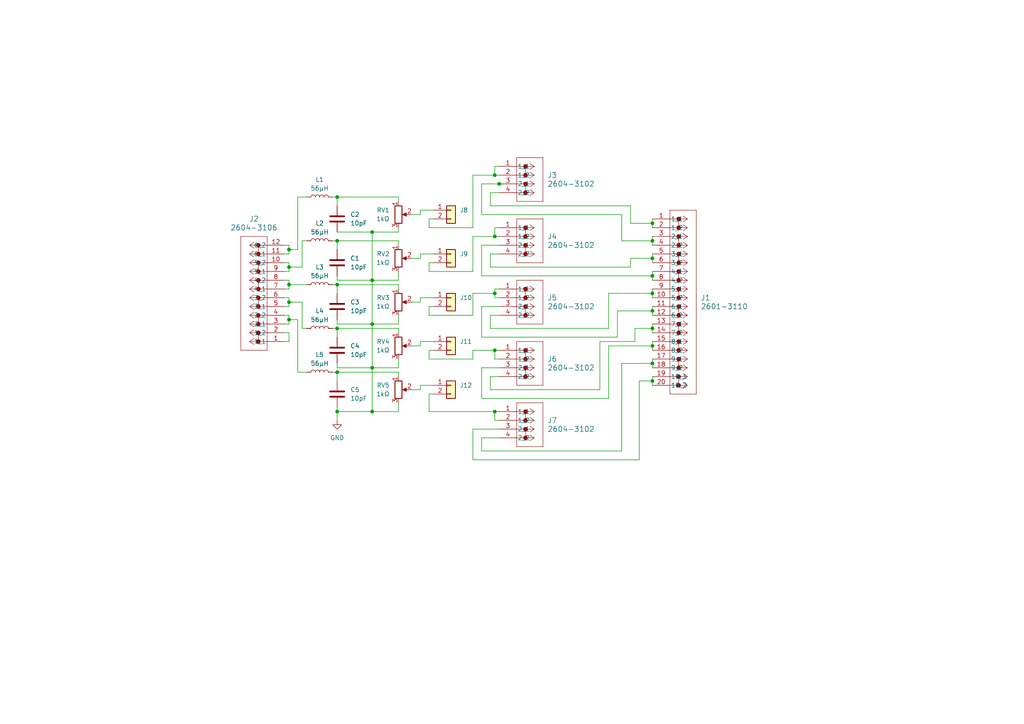
<source format=kicad_sch>
(kicad_sch (version 20250114) (generator "eeschema") (generator_version "9.0")
  (paper "A4")
  (lib_symbols
    (symbol "CONN10:2601-3110" (pin_names (offset 0.254))
      (property "Reference" "J" (at 8.89 6.35 0))
      (property "Value" "2601-3110" (at 0 0 0))
      (symbol "2601-3110_1_1"
        (pin unspecified line (at 0 0 0) (length 5.08) (name "1_1") (number "1"))
        (pin unspecified line (at 0 -2.54 0) (length 5.08) (name "1_2") (number "2"))
        (pin unspecified line (at 0 -5.08 0) (length 5.08) (name "2_1") (number "3"))
        (pin unspecified line (at 0 -7.62 0) (length 5.08) (name "2_2") (number "4"))
        (pin unspecified line (at 0 -10.16 0) (length 5.08) (name "3_1") (number "5"))
        (pin unspecified line (at 0 -12.7 0) (length 5.08) (name "3_2") (number "6"))
        (pin unspecified line (at 0 -15.24 0) (length 5.08) (name "4_1") (number "7"))
        (pin unspecified line (at 0 -17.78 0) (length 5.08) (name "4_2") (number "8"))
        (pin unspecified line (at 0 -20.32 0) (length 5.08) (name "5_1") (number "9"))
        (pin unspecified line (at 0 -22.86 0) (length 5.08) (name "5_2") (number "10"))
        (pin unspecified line (at 0 -25.4 0) (length 5.08) (name "6_1") (number "11"))
        (pin unspecified line (at 0 -27.94 0) (length 5.08) (name "6_2") (number "12"))
        (pin unspecified line (at 0 -30.48 0) (length 5.08) (name "7_1") (number "13"))
        (pin unspecified line (at 0 -33.02 0) (length 5.08) (name "7_2") (number "14"))
        (pin unspecified line (at 0 -35.56 0) (length 5.08) (name "8_1") (number "15"))
        (pin unspecified line (at 0 -38.1 0) (length 5.08) (name "8_2") (number "16"))
        (pin unspecified line (at 0 -40.64 0) (length 5.08) (name "9_1") (number "17"))
        (pin unspecified line (at 0 -43.18 0) (length 5.08) (name "9_2") (number "18"))
        (pin unspecified line (at 0 -45.72 0) (length 5.08) (name "10_1") (number "19"))
        (pin unspecified line (at 0 -48.26 0) (length 5.08) (name "10_2") (number "20"))
      )
      (symbol "2601-3110_1_2"
        (pin unspecified line (at 0 0 0) (length 5.08) (name "1_1") (number "1"))
        (pin unspecified line (at 0 -2.54 0) (length 5.08) (name "1_2") (number "2"))
        (pin unspecified line (at 0 -5.08 0) (length 5.08) (name "2_1") (number "3"))
        (pin unspecified line (at 0 -7.62 0) (length 5.08) (name "2_2") (number "4"))
        (pin unspecified line (at 0 -10.16 0) (length 5.08) (name "3_1") (number "5"))
        (pin unspecified line (at 0 -12.7 0) (length 5.08) (name "3_2") (number "6"))
        (pin unspecified line (at 0 -15.24 0) (length 5.08) (name "4_1") (number "7"))
        (pin unspecified line (at 0 -17.78 0) (length 5.08) (name "4_2") (number "8"))
        (pin unspecified line (at 0 -20.32 0) (length 5.08) (name "5_1") (number "9"))
        (pin unspecified line (at 0 -22.86 0) (length 5.08) (name "5_2") (number "10"))
        (pin unspecified line (at 0 -25.4 0) (length 5.08) (name "6_1") (number "11"))
        (pin unspecified line (at 0 -27.94 0) (length 5.08) (name "6_2") (number "12"))
        (pin unspecified line (at 0 -30.48 0) (length 5.08) (name "7_1") (number "13"))
        (pin unspecified line (at 0 -33.02 0) (length 5.08) (name "7_2") (number "14"))
        (pin unspecified line (at 0 -35.56 0) (length 5.08) (name "8_1") (number "15"))
        (pin unspecified line (at 0 -38.1 0) (length 5.08) (name "8_2") (number "16"))
        (pin unspecified line (at 0 -40.64 0) (length 5.08) (name "9_1") (number "17"))
        (pin unspecified line (at 0 -43.18 0) (length 5.08) (name "9_2") (number "18"))
        (pin unspecified line (at 0 -45.72 0) (length 5.08) (name "10_1") (number "19"))
        (pin unspecified line (at 0 -48.26 0) (length 5.08) (name "10_2") (number "20"))
      )
    )
    (symbol "CONN2:2604-3102" (pin_names (offset 0.254))
      (property "Reference" "J" (at 8.89 6.35 0))
      (property "Value" "2604-3102" (at 0 0 0))
      (symbol "2604-3102_1_1"
        (pin unspecified line (at 0 0 0) (length 5.08) (name "1_1") (number "1"))
        (pin unspecified line (at 0 -2.54 0) (length 5.08) (name "1_2") (number "2"))
        (pin unspecified line (at 0 -5.08 0) (length 5.08) (name "2_1") (number "3"))
        (pin unspecified line (at 0 -7.62 0) (length 5.08) (name "2_2") (number "4"))
      )
      (symbol "2604-3102_1_2"
        (pin unspecified line (at 0 0 0) (length 5.08) (name "1_1") (number "1"))
        (pin unspecified line (at 0 -2.54 0) (length 5.08) (name "1_2") (number "2"))
        (pin unspecified line (at 0 -5.08 0) (length 5.08) (name "2_1") (number "3"))
        (pin unspecified line (at 0 -7.62 0) (length 5.08) (name "2_2") (number "4"))
      )
    )
    (symbol "CONN6:2604-3106" (pin_names (offset 0.254))
      (property "Reference" "J" (at 8.89 6.35 0))
      (property "Value" "2604-3106" (at 0 0 0))
      (symbol "2604-3106_1_1"
        (pin unspecified line (at 0 0 0) (length 5.08) (name "1_1") (number "1"))
        (pin unspecified line (at 0 -2.54 0) (length 5.08) (name "1_2") (number "2"))
        (pin unspecified line (at 0 -5.08 0) (length 5.08) (name "2_1") (number "3"))
        (pin unspecified line (at 0 -7.62 0) (length 5.08) (name "2_2") (number "4"))
        (pin unspecified line (at 0 -10.16 0) (length 5.08) (name "3_1") (number "5"))
        (pin unspecified line (at 0 -12.7 0) (length 5.08) (name "3_2") (number "6"))
        (pin unspecified line (at 0 -15.24 0) (length 5.08) (name "4_1") (number "7"))
        (pin unspecified line (at 0 -17.78 0) (length 5.08) (name "4_2") (number "8"))
        (pin unspecified line (at 0 -20.32 0) (length 5.08) (name "5_1") (number "9"))
        (pin unspecified line (at 0 -22.86 0) (length 5.08) (name "5_2") (number "10"))
        (pin unspecified line (at 0 -25.4 0) (length 5.08) (name "6_1") (number "11"))
        (pin unspecified line (at 0 -27.94 0) (length 5.08) (name "6_2") (number "12"))
      )
      (symbol "2604-3106_1_2"
        (pin unspecified line (at 0 0 0) (length 5.08) (name "1_1") (number "1"))
        (pin unspecified line (at 0 -2.54 0) (length 5.08) (name "1_2") (number "2"))
        (pin unspecified line (at 0 -5.08 0) (length 5.08) (name "2_1") (number "3"))
        (pin unspecified line (at 0 -7.62 0) (length 5.08) (name "2_2") (number "4"))
        (pin unspecified line (at 0 -10.16 0) (length 5.08) (name "3_1") (number "5"))
        (pin unspecified line (at 0 -12.7 0) (length 5.08) (name "3_2") (number "6"))
        (pin unspecified line (at 0 -15.24 0) (length 5.08) (name "4_1") (number "7"))
        (pin unspecified line (at 0 -17.78 0) (length 5.08) (name "4_2") (number "8"))
        (pin unspecified line (at 0 -20.32 0) (length 5.08) (name "5_1") (number "9"))
        (pin unspecified line (at 0 -22.86 0) (length 5.08) (name "5_2") (number "10"))
        (pin unspecified line (at 0 -25.4 0) (length 5.08) (name "6_1") (number "11"))
        (pin unspecified line (at 0 -27.94 0) (length 5.08) (name "6_2") (number "12"))
      )
    )
    (symbol "Connector_Generic:Conn_01x02" (pin_names (offset 1.016) (hide yes))
      (property "Reference" "J" (at 0 2.54 0))
      (property "Value" "Conn_01x02" (at 0 -5.08 0))
      (symbol "Conn_01x02_1_1"
        (pin passive line (at -5.08 0 0) (length 3.81) (name "Pin_1") (number "1"))
        (pin passive line (at -5.08 -2.54 0) (length 3.81) (name "Pin_2") (number "2"))
      )
    )
    (symbol "Device:C" (pin_numbers (hide yes)) (pin_names (offset 0.254))
      (property "Reference" "C" (at 0.635 2.54 0))
      (property "Value" "C" (at 0.635 -2.54 0))
      (symbol "C_1_1"
        (pin passive line (at 0 3.81 270) (length 2.794) (name "~") (number "1"))
        (pin passive line (at 0 -3.81 90) (length 2.794) (name "~") (number "2"))
      )
    )
    (symbol "Device:L" (pin_numbers (hide yes)) (pin_names (offset 1.016) (hide yes))
      (property "Reference" "L" (at -1.27 0 90))
      (property "Value" "L" (at 1.905 0 90))
      (symbol "L_1_1"
        (pin passive line (at 0 3.81 270) (length 1.27) (name "1") (number "1"))
        (pin passive line (at 0 -3.81 90) (length 1.27) (name "2") (number "2"))
      )
    )
    (symbol "Device:R_Potentiometer" (pin_names (offset 1.016) (hide yes))
      (property "Reference" "RV" (at -4.445 0 90))
      (property "Value" "R_Potentiometer" (at -2.54 0 90))
      (symbol "R_Potentiometer_1_1"
        (pin passive line (at 0 3.81 270) (length 1.27) (name "1") (number "1"))
        (pin passive line (at 0 -3.81 90) (length 1.27) (name "3") (number "3"))
        (pin passive line (at 3.81 0 180) (length 1.27) (name "2") (number "2"))
      )
    )
    (symbol "power:GND" (power) (pin_numbers (hide yes)) (pin_names (offset 0) (hide yes))
      (property "Value" "GND" (at 0 -3.81 0))
      (symbol "GND_1_1"
        (pin power_in line (at 0 0 270) (length 0) (name "~") (number "1"))
      )
    )
  )
  (junction (at 107.95 93.98))
  (junction (at 97.79 69.85))
  (junction (at 189.23 100.33))
  (junction (at 97.79 95.25))
  (junction (at 97.79 57.15))
  (junction (at 189.23 95.25))
  (junction (at 143.51 119.38))
  (junction (at 97.79 82.55))
  (junction (at 83.82 72.39))
  (junction (at 83.82 77.47))
  (junction (at 83.82 87.63))
  (junction (at 107.95 106.68))
  (junction (at 97.79 107.95))
  (junction (at 189.23 90.17))
  (junction (at 189.23 80.01))
  (junction (at 189.23 105.41))
  (junction (at 143.51 68.58))
  (junction (at 107.95 119.38))
  (junction (at 97.79 119.38))
  (junction (at 189.23 69.85))
  (junction (at 189.23 110.49))
  (junction (at 83.82 82.55))
  (junction (at 143.51 50.8))
  (junction (at 83.82 92.71))
  (junction (at 189.23 74.93))
  (junction (at 107.95 81.28))
  (junction (at 143.51 85.09))
  (junction (at 143.51 101.6))
  (junction (at 189.23 85.09))
  (junction (at 144.78 53.34))
  (junction (at 107.95 67.31))
  (junction (at 189.23 64.77))
  (wire (pts (xy 121.92 86.36) (xy 125.73 86.36)))
  (wire (pts (xy 107.95 106.68) (xy 107.95 119.38)))
  (wire (pts (xy 96.52 57.15) (xy 97.79 57.15)))
  (wire (pts (xy 124.46 76.2) (xy 124.46 78.74)))
  (wire (pts (xy 189.23 78.74) (xy 189.23 80.01)))
  (wire (pts (xy 143.51 101.6) (xy 143.51 104.14)))
  (wire (pts (xy 124.46 63.5) (xy 124.46 66.04)))
  (wire (pts (xy 139.7 115.57) (xy 176.53 115.57)))
  (wire (pts (xy 143.51 50.8) (xy 144.78 50.8)))
  (wire (pts (xy 144.78 83.82) (xy 143.51 83.82)))
  (wire (pts (xy 176.53 100.33) (xy 189.23 100.33)))
  (wire (pts (xy 182.88 59.69) (xy 182.88 64.77)))
  (wire (pts (xy 115.57 81.28) (xy 107.95 81.28)))
  (wire (pts (xy 189.23 83.82) (xy 189.23 85.09)))
  (wire (pts (xy 125.73 101.6) (xy 124.46 101.6)))
  (wire (pts (xy 137.16 85.09) (xy 143.51 85.09)))
  (wire (pts (xy 180.34 69.85) (xy 189.23 69.85)))
  (wire (pts (xy 144.78 73.66) (xy 142.24 73.66)))
  (wire (pts (xy 96.52 95.25) (xy 97.79 95.25)))
  (wire (pts (xy 125.73 88.9) (xy 124.46 88.9)))
  (wire (pts (xy 143.51 86.36) (xy 144.78 86.36)))
  (wire (pts (xy 185.42 110.49) (xy 189.23 110.49)))
  (wire (pts (xy 83.82 91.44) (xy 83.82 92.71)))
  (wire (pts (xy 176.53 115.57) (xy 176.53 100.33)))
  (wire (pts (xy 119.38 100.33) (xy 121.92 100.33)))
  (wire (pts (xy 189.23 73.66) (xy 189.23 74.93)))
  (wire (pts (xy 86.36 107.95) (xy 88.9 107.95)))
  (wire (pts (xy 82.55 91.44) (xy 83.82 91.44)))
  (wire (pts (xy 137.16 68.58) (xy 143.51 68.58)))
  (wire (pts (xy 115.57 106.68) (xy 115.57 104.14)))
  (wire (pts (xy 121.92 100.33) (xy 121.92 99.06)))
  (wire (pts (xy 107.95 93.98) (xy 107.95 106.68)))
  (wire (pts (xy 144.78 91.44) (xy 142.24 91.44)))
  (wire (pts (xy 115.57 95.25) (xy 115.57 96.52)))
  (wire (pts (xy 189.23 109.22) (xy 189.23 110.49)))
  (wire (pts (xy 144.78 71.12) (xy 139.7 71.12)))
  (wire (pts (xy 144.78 106.68) (xy 139.7 106.68)))
  (wire (pts (xy 107.95 67.31) (xy 107.95 81.28)))
  (wire (pts (xy 144.78 55.88) (xy 142.24 55.88)))
  (wire (pts (xy 142.24 59.69) (xy 182.88 59.69)))
  (wire (pts (xy 97.79 93.98) (xy 107.95 93.98)))
  (wire (pts (xy 142.24 73.66) (xy 142.24 77.47)))
  (wire (pts (xy 83.82 92.71) (xy 83.82 93.98)))
  (wire (pts (xy 189.23 64.77) (xy 189.23 66.04)))
  (wire (pts (xy 115.57 57.15) (xy 115.57 58.42)))
  (wire (pts (xy 97.79 106.68) (xy 107.95 106.68)))
  (wire (pts (xy 182.88 77.47) (xy 182.88 74.93)))
  (wire (pts (xy 97.79 57.15) (xy 115.57 57.15)))
  (wire (pts (xy 115.57 107.95) (xy 115.57 109.22)))
  (wire (pts (xy 119.38 113.03) (xy 121.92 113.03)))
  (wire (pts (xy 115.57 66.04) (xy 115.57 67.31)))
  (wire (pts (xy 83.82 78.74) (xy 82.55 78.74)))
  (wire (pts (xy 143.51 68.58) (xy 144.78 68.58)))
  (wire (pts (xy 121.92 87.63) (xy 121.92 86.36)))
  (wire (pts (xy 83.82 86.36) (xy 83.82 87.63)))
  (wire (pts (xy 83.82 81.28) (xy 83.82 82.55)))
  (wire (pts (xy 115.57 69.85) (xy 115.57 71.12)))
  (wire (pts (xy 115.57 78.74) (xy 115.57 81.28)))
  (wire (pts (xy 87.63 87.63) (xy 87.63 95.25)))
  (wire (pts (xy 139.7 106.68) (xy 139.7 115.57)))
  (wire (pts (xy 107.95 106.68) (xy 115.57 106.68)))
  (wire (pts (xy 115.57 93.98) (xy 115.57 91.44)))
  (wire (pts (xy 115.57 82.55) (xy 115.57 83.82)))
  (wire (pts (xy 189.23 90.17) (xy 189.23 91.44)))
  (wire (pts (xy 143.51 121.92) (xy 144.78 121.92)))
  (wire (pts (xy 137.16 50.8) (xy 143.51 50.8)))
  (wire (pts (xy 144.78 53.34) (xy 139.7 53.34)))
  (wire (pts (xy 121.92 73.66) (xy 125.73 73.66)))
  (wire (pts (xy 142.24 113.03) (xy 173.99 113.03)))
  (wire (pts (xy 97.79 69.85) (xy 115.57 69.85)))
  (wire (pts (xy 119.38 62.23) (xy 121.92 62.23)))
  (wire (pts (xy 180.34 130.81) (xy 180.34 105.41)))
  (wire (pts (xy 144.78 119.38) (xy 143.51 119.38)))
  (wire (pts (xy 121.92 99.06) (xy 125.73 99.06)))
  (wire (pts (xy 124.46 101.6) (xy 124.46 104.14)))
  (wire (pts (xy 180.34 105.41) (xy 189.23 105.41)))
  (wire (pts (xy 144.78 48.26) (xy 143.51 48.26)))
  (wire (pts (xy 144.78 124.46) (xy 137.16 124.46)))
  (wire (pts (xy 97.79 106.68) (xy 97.79 105.41)))
  (wire (pts (xy 137.16 78.74) (xy 137.16 68.58)))
  (wire (pts (xy 189.23 93.98) (xy 189.23 95.25)))
  (wire (pts (xy 107.95 119.38) (xy 115.57 119.38)))
  (wire (pts (xy 137.16 133.35) (xy 185.42 133.35)))
  (wire (pts (xy 143.51 83.82) (xy 143.51 85.09)))
  (wire (pts (xy 179.07 90.17) (xy 189.23 90.17)))
  (wire (pts (xy 124.46 78.74) (xy 137.16 78.74)))
  (wire (pts (xy 125.73 63.5) (xy 124.46 63.5)))
  (wire (pts (xy 182.88 74.93) (xy 189.23 74.93)))
  (wire (pts (xy 142.24 95.25) (xy 176.53 95.25)))
  (wire (pts (xy 121.92 111.76) (xy 125.73 111.76)))
  (wire (pts (xy 137.16 124.46) (xy 137.16 133.35)))
  (wire (pts (xy 189.23 104.14) (xy 189.23 105.41)))
  (wire (pts (xy 137.16 91.44) (xy 137.16 85.09)))
  (wire (pts (xy 189.23 95.25) (xy 189.23 96.52)))
  (wire (pts (xy 96.52 107.95) (xy 97.79 107.95)))
  (wire (pts (xy 139.7 71.12) (xy 139.7 80.01)))
  (wire (pts (xy 96.52 69.85) (xy 97.79 69.85)))
  (wire (pts (xy 121.92 62.23) (xy 121.92 60.96)))
  (wire (pts (xy 189.23 69.85) (xy 189.23 71.12)))
  (wire (pts (xy 179.07 97.79) (xy 179.07 90.17)))
  (wire (pts (xy 184.15 95.25) (xy 189.23 95.25)))
  (wire (pts (xy 97.79 119.38) (xy 97.79 121.92)))
  (wire (pts (xy 176.53 95.25) (xy 176.53 85.09)))
  (wire (pts (xy 82.55 71.12) (xy 83.82 71.12)))
  (wire (pts (xy 97.79 107.95) (xy 115.57 107.95)))
  (wire (pts (xy 189.23 110.49) (xy 189.23 111.76)))
  (wire (pts (xy 82.55 76.2) (xy 83.82 76.2)))
  (wire (pts (xy 97.79 69.85) (xy 97.79 72.39)))
  (wire (pts (xy 142.24 77.47) (xy 182.88 77.47)))
  (wire (pts (xy 189.23 63.5) (xy 189.23 64.77)))
  (wire (pts (xy 176.53 85.09) (xy 189.23 85.09)))
  (wire (pts (xy 82.55 81.28) (xy 83.82 81.28)))
  (wire (pts (xy 97.79 81.28) (xy 97.79 80.01)))
  (wire (pts (xy 87.63 95.25) (xy 88.9 95.25)))
  (wire (pts (xy 83.82 87.63) (xy 87.63 87.63)))
  (wire (pts (xy 143.51 66.04) (xy 143.51 68.58)))
  (wire (pts (xy 137.16 104.14) (xy 137.16 101.6)))
  (wire (pts (xy 83.82 93.98) (xy 82.55 93.98)))
  (wire (pts (xy 182.88 64.77) (xy 189.23 64.77)))
  (wire (pts (xy 125.73 114.3) (xy 124.46 114.3)))
  (wire (pts (xy 115.57 119.38) (xy 115.57 116.84)))
  (wire (pts (xy 83.82 72.39) (xy 83.82 73.66)))
  (wire (pts (xy 97.79 93.98) (xy 97.79 92.71)))
  (wire (pts (xy 83.82 99.06) (xy 82.55 99.06)))
  (wire (pts (xy 97.79 118.11) (xy 97.79 119.38)))
  (wire (pts (xy 107.95 81.28) (xy 107.95 93.98)))
  (wire (pts (xy 121.92 113.03) (xy 121.92 111.76)))
  (wire (pts (xy 83.82 77.47) (xy 83.82 78.74)))
  (wire (pts (xy 119.38 87.63) (xy 121.92 87.63)))
  (wire (pts (xy 124.46 119.38) (xy 143.51 119.38)))
  (wire (pts (xy 82.55 96.52) (xy 83.82 96.52)))
  (wire (pts (xy 144.78 101.6) (xy 143.51 101.6)))
  (wire (pts (xy 125.73 76.2) (xy 124.46 76.2)))
  (wire (pts (xy 86.36 92.71) (xy 86.36 107.95)))
  (wire (pts (xy 83.82 82.55) (xy 88.9 82.55)))
  (wire (pts (xy 97.79 67.31) (xy 107.95 67.31)))
  (wire (pts (xy 97.79 57.15) (xy 97.79 59.69)))
  (wire (pts (xy 124.46 104.14) (xy 137.16 104.14)))
  (wire (pts (xy 173.99 99.06) (xy 184.15 99.06)))
  (wire (pts (xy 124.46 66.04) (xy 137.16 66.04)))
  (wire (pts (xy 142.24 55.88) (xy 142.24 59.69)))
  (wire (pts (xy 97.79 82.55) (xy 115.57 82.55)))
  (wire (pts (xy 83.82 82.55) (xy 83.82 83.82)))
  (wire (pts (xy 189.23 85.09) (xy 189.23 86.36)))
  (wire (pts (xy 137.16 101.6) (xy 143.51 101.6)))
  (wire (pts (xy 97.79 107.95) (xy 97.79 110.49)))
  (wire (pts (xy 144.78 109.22) (xy 142.24 109.22)))
  (wire (pts (xy 189.23 74.93) (xy 189.23 76.2)))
  (wire (pts (xy 139.7 130.81) (xy 180.34 130.81)))
  (wire (pts (xy 189.23 105.41) (xy 189.23 106.68)))
  (wire (pts (xy 82.55 86.36) (xy 83.82 86.36)))
  (wire (pts (xy 87.63 69.85) (xy 88.9 69.85)))
  (wire (pts (xy 144.78 88.9) (xy 139.7 88.9)))
  (wire (pts (xy 173.99 113.03) (xy 173.99 99.06)))
  (wire (pts (xy 189.23 88.9) (xy 189.23 90.17)))
  (wire (pts (xy 83.82 72.39) (xy 86.36 72.39)))
  (wire (pts (xy 139.7 53.34) (xy 139.7 62.23)))
  (wire (pts (xy 107.95 93.98) (xy 115.57 93.98)))
  (wire (pts (xy 83.82 87.63) (xy 83.82 88.9)))
  (wire (pts (xy 139.7 62.23) (xy 180.34 62.23)))
  (wire (pts (xy 97.79 95.25) (xy 115.57 95.25)))
  (wire (pts (xy 124.46 114.3) (xy 124.46 119.38)))
  (wire (pts (xy 119.38 74.93) (xy 121.92 74.93)))
  (wire (pts (xy 144.78 66.04) (xy 143.51 66.04)))
  (wire (pts (xy 124.46 88.9) (xy 124.46 91.44)))
  (wire (pts (xy 189.23 100.33) (xy 189.23 101.6)))
  (wire (pts (xy 189.23 80.01) (xy 189.23 81.28)))
  (wire (pts (xy 139.7 127) (xy 139.7 130.81)))
  (wire (pts (xy 83.82 88.9) (xy 82.55 88.9)))
  (wire (pts (xy 86.36 72.39) (xy 86.36 57.15)))
  (wire (pts (xy 139.7 97.79) (xy 179.07 97.79)))
  (wire (pts (xy 143.51 48.26) (xy 143.51 50.8)))
  (wire (pts (xy 143.51 85.09) (xy 143.51 86.36)))
  (wire (pts (xy 97.79 95.25) (xy 97.79 97.79)))
  (wire (pts (xy 121.92 74.93) (xy 121.92 73.66)))
  (wire (pts (xy 97.79 81.28) (xy 107.95 81.28)))
  (wire (pts (xy 121.92 60.96) (xy 125.73 60.96)))
  (wire (pts (xy 139.7 88.9) (xy 139.7 97.79)))
  (wire (pts (xy 142.24 109.22) (xy 142.24 113.03)))
  (wire (pts (xy 86.36 57.15) (xy 88.9 57.15)))
  (wire (pts (xy 184.15 99.06) (xy 184.15 95.25)))
  (wire (pts (xy 83.82 96.52) (xy 83.82 99.06)))
  (wire (pts (xy 87.63 77.47) (xy 87.63 69.85)))
  (wire (pts (xy 83.82 76.2) (xy 83.82 77.47)))
  (wire (pts (xy 97.79 82.55) (xy 97.79 85.09)))
  (wire (pts (xy 139.7 80.01) (xy 189.23 80.01)))
  (wire (pts (xy 124.46 91.44) (xy 137.16 91.44)))
  (wire (pts (xy 82.55 73.66) (xy 83.82 73.66)))
  (wire (pts (xy 96.52 82.55) (xy 97.79 82.55)))
  (wire (pts (xy 189.23 99.06) (xy 189.23 100.33)))
  (wire (pts (xy 83.82 77.47) (xy 87.63 77.47)))
  (wire (pts (xy 143.51 104.14) (xy 144.78 104.14)))
  (wire (pts (xy 83.82 71.12) (xy 83.82 72.39)))
  (wire (pts (xy 83.82 92.71) (xy 86.36 92.71)))
  (wire (pts (xy 185.42 133.35) (xy 185.42 110.49)))
  (wire (pts (xy 180.34 62.23) (xy 180.34 69.85)))
  (wire (pts (xy 143.51 119.38) (xy 143.51 121.92)))
  (wire (pts (xy 144.78 127) (xy 139.7 127)))
  (wire (pts (xy 146.05 53.34) (xy 144.78 53.34)))
  (wire (pts (xy 142.24 91.44) (xy 142.24 95.25)))
  (wire (pts (xy 82.55 83.82) (xy 83.82 83.82)))
  (wire (pts (xy 189.23 68.58) (xy 189.23 69.85)))
  (wire (pts (xy 137.16 66.04) (xy 137.16 50.8)))
  (wire (pts (xy 107.95 119.38) (xy 97.79 119.38)))
  (wire (pts (xy 115.57 67.31) (xy 107.95 67.31)))
  (symbol (lib_id "Connector_Generic:Conn_01x02") (at 130.81 73.66 0) (unit 1)
    (property "Reference" "J9" (at 133.35 73.6599 0) (effects (justify left)))
    (property "Value" "Conn_01x02" (effects (hide yes)))
    (property "Footprint" "Connector_PinHeader_2.54mm:PinHeader_1x02_P2.54mm_Vertical" (effects (hide yes)))
    (property "Description" "Generic connector, single row, 01x02, script generated (kicad-library-utils/schlib/autogen/connector/)" (effects (hide yes)))
  )
  (symbol (lib_id "Device:L") (at 92.71 107.95 90) (unit 1)
    (property "Reference" "L5" (at 92.71 102.87 90))
    (property "Value" "56μH" (at 92.71 105.41 90))
    (property "Footprint" "Inductor_SMD:L_0805_2012Metric" (effects (hide yes)))
    (property "Description" "Inductor" (effects (hide yes)))
  )
  (symbol (lib_id "power:GND") (at 97.79 121.92 0) (unit 1)
    (property "Reference" "#PWR01" (effects (hide yes)))
    (property "Value" "GND" (at 97.79 127 0))
    (property "Description" "Power symbol creates a global label with name \"GND\" , ground" (effects (hide yes)))
  )
  (symbol (lib_id "Device:R_Potentiometer") (at 115.57 62.23 0) (unit 1)
    (property "Reference" "RV1" (at 113.03 60.9599 0) (effects (justify right)))
    (property "Value" "1kΩ" (at 113.03 63.4999 0) (effects (justify right)))
    (property "Footprint" "Potentiometer_THT:Potentiometer_ACP_CA9-V10_Vertical" (effects (hide yes)))
    (property "Description" "Potentiometer" (effects (hide yes)))
  )
  (symbol (lib_id "Device:R_Potentiometer") (at 115.57 87.63 0) (unit 1)
    (property "Reference" "RV3" (at 113.03 86.3599 0) (effects (justify right)))
    (property "Value" "1kΩ" (at 113.03 88.8999 0) (effects (justify right)))
    (property "Footprint" "Potentiometer_THT:Potentiometer_ACP_CA9-V10_Vertical" (effects (hide yes)))
    (property "Description" "Potentiometer" (effects (hide yes)))
  )
  (symbol (lib_id "Device:L") (at 92.71 57.15 90) (unit 1)
    (property "Reference" "L1" (at 92.71 52.07 90))
    (property "Value" "56μH" (at 92.71 54.61 90))
    (property "Footprint" "Inductor_SMD:L_0805_2012Metric" (effects (hide yes)))
    (property "Description" "Inductor" (effects (hide yes)))
  )
  (symbol (lib_id "Device:L") (at 92.71 95.25 90) (unit 1)
    (property "Reference" "L4" (at 92.71 90.17 90))
    (property "Value" "56μH" (at 92.71 92.71 90))
    (property "Footprint" "Inductor_SMD:L_0805_2012Metric" (effects (hide yes)))
    (property "Description" "Inductor" (effects (hide yes)))
  )
  (symbol (lib_id "Device:C") (at 97.79 76.2 0) (unit 1)
    (property "Reference" "C1" (at 101.6 74.9299 0) (effects (justify left)))
    (property "Value" "10pF" (at 101.6 77.4699 0) (effects (justify left)))
    (property "Footprint" "Capacitor_SMD:C_0805_2012Metric" (effects (hide yes)))
    (property "Description" "Unpolarized capacitor" (effects (hide yes)))
  )
  (symbol (lib_id "Connector_Generic:Conn_01x02") (at 130.81 99.06 0) (unit 1)
    (property "Reference" "J11" (at 133.35 99.0599 0) (effects (justify left)))
    (property "Value" "Conn_01x02" (effects (hide yes)))
    (property "Footprint" "Connector_PinHeader_2.54mm:PinHeader_1x02_P2.54mm_Vertical" (effects (hide yes)))
    (property "Description" "Generic connector, single row, 01x02, script generated (kicad-library-utils/schlib/autogen/connector/)" (effects (hide yes)))
  )
  (symbol (lib_id "Device:C") (at 97.79 63.5 0) (unit 1)
    (property "Reference" "C2" (at 101.6 62.2299 0) (effects (justify left)))
    (property "Value" "10pF" (at 101.6 64.7699 0) (effects (justify left)))
    (property "Footprint" "Capacitor_SMD:C_0805_2012Metric" (effects (hide yes)))
    (property "Description" "Unpolarized capacitor" (effects (hide yes)))
  )
  (symbol (lib_id "Device:R_Potentiometer") (at 115.57 74.93 0) (unit 1)
    (property "Reference" "RV2" (at 113.03 73.6599 0) (effects (justify right)))
    (property "Value" "1kΩ" (at 113.03 76.1999 0) (effects (justify right)))
    (property "Footprint" "Potentiometer_THT:Potentiometer_ACP_CA9-V10_Vertical" (effects (hide yes)))
    (property "Description" "Potentiometer" (effects (hide yes)))
  )
  (symbol (lib_id "Device:C") (at 97.79 114.3 0) (unit 1)
    (property "Reference" "C5" (at 101.6 113.0299 0) (effects (justify left)))
    (property "Value" "10pF" (at 101.6 115.5699 0) (effects (justify left)))
    (property "Footprint" "Capacitor_SMD:C_0805_2012Metric" (effects (hide yes)))
    (property "Description" "Unpolarized capacitor" (effects (hide yes)))
  )
  (symbol (lib_id "CONN10:2601-3110") (at 189.23 63.5 0) (unit 1)
    (property "Reference" "J1" (at 203.2 86.3599 0) (effects (font (size 1.524 1.524)) (justify left)))
    (property "Value" "2601-3110" (at 203.2 88.8999 0) (effects (font (size 1.524 1.524)) (justify left)))
    (property "Footprint" "Senior_Design:CONN10_2601-3110_WAG" (effects (hide yes)))
    (property "Datasheet" "2601-3110" (effects (hide yes)))
  )
  (symbol (lib_id "Device:L") (at 92.71 69.85 90) (unit 1)
    (property "Reference" "L2" (at 92.71 64.77 90))
    (property "Value" "56μH" (at 92.71 67.31 90))
    (property "Footprint" "Inductor_SMD:L_0805_2012Metric" (effects (hide yes)))
    (property "Description" "Inductor" (effects (hide yes)))
  )
  (symbol (lib_id "CONN2:2604-3102") (at 144.78 119.38 0) (unit 1)
    (property "Reference" "J7" (at 158.75 121.9199 0) (effects (font (size 1.524 1.524)) (justify left)))
    (property "Value" "2604-3102" (at 158.75 124.4599 0) (effects (font (size 1.524 1.524)) (justify left)))
    (property "Footprint" "Senior_Design:CONN2_2604-3102_WAG" (effects (hide yes)))
    (property "Datasheet" "2604-3102" (effects (hide yes)))
  )
  (symbol (lib_id "Device:R_Potentiometer") (at 115.57 100.33 0) (unit 1)
    (property "Reference" "RV4" (at 113.03 99.0599 0) (effects (justify right)))
    (property "Value" "1kΩ" (at 113.03 101.5999 0) (effects (justify right)))
    (property "Footprint" "Potentiometer_THT:Potentiometer_ACP_CA9-V10_Vertical" (effects (hide yes)))
    (property "Description" "Potentiometer" (effects (hide yes)))
  )
  (symbol (lib_id "Device:C") (at 97.79 101.6 0) (unit 1)
    (property "Reference" "C4" (at 101.6 100.3299 0) (effects (justify left)))
    (property "Value" "10pF" (at 101.6 102.8699 0) (effects (justify left)))
    (property "Footprint" "Capacitor_SMD:C_0805_2012Metric" (effects (hide yes)))
    (property "Description" "Unpolarized capacitor" (effects (hide yes)))
  )
  (symbol (lib_id "CONN6:2604-3106") (at 82.55 99.06 180) (unit 1)
    (property "Reference" "J2" (at 73.66 63.5 0) (effects (font (size 1.524 1.524))))
    (property "Value" "2604-3106" (at 73.66 66.04 0) (effects (font (size 1.524 1.524))))
    (property "Footprint" "Senior_Design:CONN6_2604-3106_WAG" (effects (hide yes)))
    (property "Datasheet" "2604-3106" (effects (hide yes)))
  )
  (symbol (lib_id "Device:L") (at 92.71 82.55 90) (unit 1)
    (property "Reference" "L3" (at 92.71 77.47 90))
    (property "Value" "56μH" (at 92.71 80.01 90))
    (property "Footprint" "Inductor_SMD:L_0805_2012Metric" (effects (hide yes)))
    (property "Description" "Inductor" (effects (hide yes)))
  )
  (symbol (lib_id "Connector_Generic:Conn_01x02") (at 130.81 111.76 0) (unit 1)
    (property "Reference" "J12" (at 133.35 111.7599 0) (effects (justify left)))
    (property "Value" "Conn_01x02" (effects (hide yes)))
    (property "Footprint" "Connector_PinHeader_2.54mm:PinHeader_1x02_P2.54mm_Vertical" (effects (hide yes)))
    (property "Description" "Generic connector, single row, 01x02, script generated (kicad-library-utils/schlib/autogen/connector/)" (effects (hide yes)))
  )
  (symbol (lib_id "CONN2:2604-3102") (at 144.78 83.82 0) (unit 1)
    (property "Reference" "J5" (at 158.75 86.3599 0) (effects (font (size 1.524 1.524)) (justify left)))
    (property "Value" "2604-3102" (at 158.75 88.8999 0) (effects (font (size 1.524 1.524)) (justify left)))
    (property "Footprint" "Senior_Design:CONN2_2604-3102_WAG" (effects (hide yes)))
    (property "Datasheet" "2604-3102" (effects (hide yes)))
  )
  (symbol (lib_id "CONN2:2604-3102") (at 144.78 66.04 0) (unit 1)
    (property "Reference" "J4" (at 158.75 68.5799 0) (effects (font (size 1.524 1.524)) (justify left)))
    (property "Value" "2604-3102" (at 158.75 71.1199 0) (effects (font (size 1.524 1.524)) (justify left)))
    (property "Footprint" "Senior_Design:CONN2_2604-3102_WAG" (effects (hide yes)))
    (property "Datasheet" "2604-3102" (effects (hide yes)))
  )
  (symbol (lib_id "Device:C") (at 97.79 88.9 0) (unit 1)
    (property "Reference" "C3" (at 101.6 87.6299 0) (effects (justify left)))
    (property "Value" "10pF" (at 101.6 90.1699 0) (effects (justify left)))
    (property "Footprint" "Capacitor_SMD:C_0805_2012Metric" (effects (hide yes)))
    (property "Description" "Unpolarized capacitor" (effects (hide yes)))
  )
  (symbol (lib_id "CONN2:2604-3102") (at 144.78 48.26 0) (unit 1)
    (property "Reference" "J3" (at 158.75 50.7999 0) (effects (font (size 1.524 1.524)) (justify left)))
    (property "Value" "2604-3102" (at 158.75 53.3399 0) (effects (font (size 1.524 1.524)) (justify left)))
    (property "Footprint" "Senior_Design:CONN2_2604-3102_WAG" (effects (hide yes)))
    (property "Datasheet" "2604-3102" (effects (hide yes)))
  )
  (symbol (lib_id "CONN2:2604-3102") (at 144.78 101.6 0) (unit 1)
    (property "Reference" "J6" (at 158.75 104.1399 0) (effects (font (size 1.524 1.524)) (justify left)))
    (property "Value" "2604-3102" (at 158.75 106.6799 0) (effects (font (size 1.524 1.524)) (justify left)))
    (property "Footprint" "Senior_Design:CONN2_2604-3102_WAG" (effects (hide yes)))
    (property "Datasheet" "2604-3102" (effects (hide yes)))
  )
  (symbol (lib_id "Device:R_Potentiometer") (at 115.57 113.03 0) (unit 1)
    (property "Reference" "RV5" (at 113.03 111.7599 0) (effects (justify right)))
    (property "Value" "1kΩ" (at 113.03 114.2999 0) (effects (justify right)))
    (property "Footprint" "Potentiometer_THT:Potentiometer_ACP_CA9-V10_Vertical" (effects (hide yes)))
    (property "Description" "Potentiometer" (effects (hide yes)))
  )
  (symbol (lib_id "Connector_Generic:Conn_01x02") (at 130.81 60.96 0) (unit 1)
    (property "Reference" "J8" (at 133.35 60.9599 0) (effects (justify left)))
    (property "Value" "Conn_01x02" (effects (hide yes)))
    (property "Footprint" "Connector_PinHeader_2.54mm:PinHeader_1x02_P2.54mm_Vertical" (effects (hide yes)))
    (property "Description" "Generic connector, single row, 01x02, script generated (kicad-library-utils/schlib/autogen/connector/)" (effects (hide yes)))
  )
  (symbol (lib_id "Connector_Generic:Conn_01x02") (at 130.81 86.36 0) (unit 1)
    (property "Reference" "J10" (at 133.35 86.3599 0) (effects (justify left)))
    (property "Value" "Conn_01x02" (effects (hide yes)))
    (property "Footprint" "Connector_PinHeader_2.54mm:PinHeader_1x02_P2.54mm_Vertical" (effects (hide yes)))
    (property "Description" "Generic connector, single row, 01x02, script generated (kicad-library-utils/schlib/autogen/connector/)" (effects (hide yes)))
  )
)
</source>
